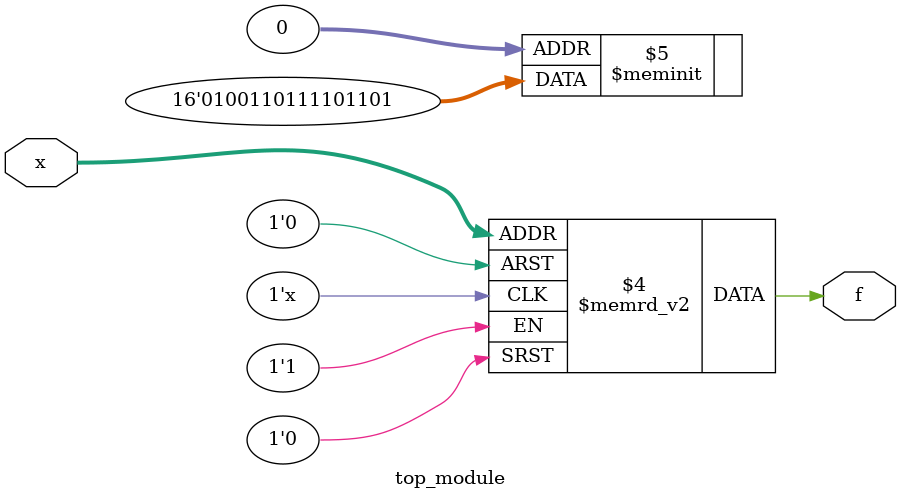
<source format=sv>
module top_module (
	input [4:1] x,
	output logic f
);
    always_comb begin
        case (x)
            4'b0000: f = 1;
            4'b0001: f = 0;
            4'b0011: f = 1;
            4'b0010: f = 1;
            4'b0110: f = 1;
            4'b0111: f = 1;
            4'b0101: f = 1;
            4'b0100: f = 0;
            4'b1100: f = 0;
            4'b1101: f = 0;
            4'b1111: f = 0;
            4'b1110: f = 1;
            4'b1010: f = 1;
            4'b1011: f = 1;
            4'b1001: f = 0;
            4'b1000: f = 1;
            default: f = 0;
        endcase
    end
endmodule

</source>
